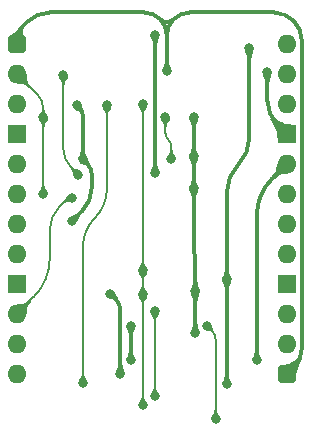
<source format=gbl>
%TF.GenerationSoftware,KiCad,Pcbnew,9.0.4*%
%TF.CreationDate,2025-09-19T22:07:40+02:00*%
%TF.ProjectId,Processor Reset Device,50726f63-6573-4736-9f72-205265736574,V0*%
%TF.SameCoordinates,Original*%
%TF.FileFunction,Copper,L2,Bot*%
%TF.FilePolarity,Positive*%
%FSLAX46Y46*%
G04 Gerber Fmt 4.6, Leading zero omitted, Abs format (unit mm)*
G04 Created by KiCad (PCBNEW 9.0.4) date 2025-09-19 22:07:40*
%MOMM*%
%LPD*%
G01*
G04 APERTURE LIST*
G04 Aperture macros list*
%AMRoundRect*
0 Rectangle with rounded corners*
0 $1 Rounding radius*
0 $2 $3 $4 $5 $6 $7 $8 $9 X,Y pos of 4 corners*
0 Add a 4 corners polygon primitive as box body*
4,1,4,$2,$3,$4,$5,$6,$7,$8,$9,$2,$3,0*
0 Add four circle primitives for the rounded corners*
1,1,$1+$1,$2,$3*
1,1,$1+$1,$4,$5*
1,1,$1+$1,$6,$7*
1,1,$1+$1,$8,$9*
0 Add four rect primitives between the rounded corners*
20,1,$1+$1,$2,$3,$4,$5,0*
20,1,$1+$1,$4,$5,$6,$7,0*
20,1,$1+$1,$6,$7,$8,$9,0*
20,1,$1+$1,$8,$9,$2,$3,0*%
G04 Aperture macros list end*
%TA.AperFunction,ComponentPad*%
%ADD10O,1.600000X1.600000*%
%TD*%
%TA.AperFunction,ComponentPad*%
%ADD11R,1.600000X1.600000*%
%TD*%
%TA.AperFunction,ComponentPad*%
%ADD12RoundRect,0.400000X-0.400000X-0.400000X0.400000X-0.400000X0.400000X0.400000X-0.400000X0.400000X0*%
%TD*%
%TA.AperFunction,ViaPad*%
%ADD13C,0.800000*%
%TD*%
%TA.AperFunction,Conductor*%
%ADD14C,0.380000*%
%TD*%
%TA.AperFunction,Conductor*%
%ADD15C,0.200000*%
%TD*%
G04 APERTURE END LIST*
D10*
%TO.P,J1,24,Pin_24*%
%TO.N,unconnected-(J1-Pin_24-Pad24)*%
X22860000Y0D03*
%TO.P,J1,23,Pin_23*%
%TO.N,unconnected-(J1-Pin_23-Pad23)*%
X22860000Y-2540000D03*
%TO.P,J1,22,Pin_22*%
%TO.N,~{Reset Switch}*%
X22860000Y-5080000D03*
D11*
%TO.P,J1,21,Pin_21*%
%TO.N,GND*%
X22860000Y-7620000D03*
D10*
%TO.P,J1,20,Pin_20*%
%TO.N,~{Reset}*%
X22860000Y-10160000D03*
%TO.P,J1,19,Pin_19*%
%TO.N,H0*%
X22860000Y-12700000D03*
%TO.P,J1,18,Pin_18*%
%TO.N,H1*%
X22860000Y-15240000D03*
%TO.P,J1,17,Pin_17*%
%TO.N,H2*%
X22860000Y-17780000D03*
D11*
%TO.P,J1,16,Pin_16*%
%TO.N,GND*%
X22860000Y-20320000D03*
D10*
%TO.P,J1,15,Pin_15*%
%TO.N,unconnected-(J1-Pin_15-Pad15)*%
X22860000Y-22860000D03*
%TO.P,J1,14,Pin_14*%
%TO.N,unconnected-(J1-Pin_14-Pad14)*%
X22860000Y-25400000D03*
D12*
%TO.P,J1,13,Pin_13*%
%TO.N,5V*%
X22860000Y-27940000D03*
D10*
%TO.P,J1,12,Pin_12*%
%TO.N,unconnected-(J1-Pin_12-Pad12)*%
X0Y-27940000D03*
%TO.P,J1,11,Pin_11*%
%TO.N,unconnected-(J1-Pin_11-Pad11)*%
X0Y-25400000D03*
%TO.P,J1,10,Pin_10*%
%TO.N,A4*%
X0Y-22860000D03*
D11*
%TO.P,J1,9,Pin_9*%
%TO.N,GND*%
X0Y-20320000D03*
D10*
%TO.P,J1,8,Pin_8*%
%TO.N,A3*%
X0Y-17780000D03*
%TO.P,J1,7,Pin_7*%
%TO.N,A2*%
X0Y-15240000D03*
%TO.P,J1,6,Pin_6*%
%TO.N,A1*%
X0Y-12700000D03*
%TO.P,J1,5,Pin_5*%
%TO.N,A0*%
X0Y-10160000D03*
D11*
%TO.P,J1,4,Pin_4*%
%TO.N,GND*%
X0Y-7620000D03*
D10*
%TO.P,J1,3,Pin_3*%
%TO.N,~{WD}*%
X0Y-5080000D03*
%TO.P,J1,2,Pin_2*%
%TO.N,~{Device Select}*%
X0Y-2540000D03*
D12*
%TO.P,J1,1,Pin_1*%
%TO.N,5V*%
X0Y0D03*
%TD*%
D13*
%TO.N,GND*%
X14986000Y-6223000D03*
%TO.N,/3.3V*%
X17780000Y-28829000D03*
X17780000Y-19939000D03*
X19685000Y-381000D03*
%TO.N,GND*%
X21209000Y-2413000D03*
X5080000Y-5207000D03*
%TO.N,A4*%
X4700527Y-13024999D03*
%TO.N,GND*%
X4691320Y-14983982D03*
X5588000Y-9779000D03*
%TO.N,/~{WD}\u2022~{Y0}*%
X7620000Y-5207000D03*
X5588000Y-28702000D03*
%TO.N,5V*%
X7874000Y-21143000D03*
%TO.N,~{Reset}*%
X20320000Y-26797000D03*
X9652000Y-26797000D03*
X9652000Y-23876000D03*
%TO.N,/Reset_{1}*%
X11684000Y-22606000D03*
X11684000Y-29845000D03*
%TO.N,/Reset_{2}*%
X16832499Y-31750000D03*
X16129000Y-23876000D03*
%TO.N,GND*%
X15113000Y-24511000D03*
X15113000Y-20955000D03*
X14986000Y-9525000D03*
X14986000Y-12233000D03*
%TO.N,~{Device Select}*%
X13081000Y-9779000D03*
X12573000Y-6223000D03*
X2236993Y-6223000D03*
X2236993Y-12690941D03*
%TO.N,/~{Y0}*%
X3937000Y-2667000D03*
X5207000Y-11075000D03*
%TO.N,5V*%
X12700000Y-2286000D03*
%TO.N,/3.3V*%
X11684000Y762000D03*
%TO.N,~{Reset Switch}*%
X10668000Y-5080000D03*
X10668000Y-19177000D03*
X10668000Y-30607000D03*
X10668000Y-21209000D03*
%TO.N,/3.3V*%
X11707544Y-10933001D03*
%TO.N,5V*%
X8763000Y-27940000D03*
%TD*%
D14*
%TO.N,5V*%
X7956566Y-21164566D02*
G75*
G03*
X7904500Y-21142990I-52066J-52034D01*
G01*
X23431500Y1968500D02*
G75*
G02*
X24129988Y282171I-1686300J-1686300D01*
G01*
X23431500Y1968500D02*
G75*
G03*
X21745171Y2666988I-1686300J-1686300D01*
G01*
X24130000Y-25771974D02*
G75*
G02*
X23495001Y-27305001I-2168040J4D01*
G01*
X12700000Y715776D02*
G75*
G03*
X12128500Y2095500I-1951240J-6D01*
G01*
X13271500Y2095500D02*
G75*
G03*
X12700010Y715776I1379700J-1379700D01*
G01*
X12128500Y2095500D02*
G75*
G03*
X13271500Y2095500I571500J571497D01*
G01*
X8349000Y-21557000D02*
G75*
G02*
X8763006Y-22556484I-999500J-999500D01*
G01*
X12128500Y2095500D02*
G75*
G03*
X10748776Y2666990I-1379700J-1379700D01*
G01*
X2818433Y2667000D02*
G75*
G03*
X825497Y1841503I-3J-2818440D01*
G01*
X14651223Y2667000D02*
G75*
G03*
X13271493Y2095507I-23J-1951200D01*
G01*
X359210Y1375210D02*
G75*
G03*
X0Y508000I867210J-867210D01*
G01*
%TO.N,GND*%
X15049500Y-17843500D02*
G75*
G02*
X15112999Y-17996802I-153300J-153300D01*
G01*
X5334000Y-5461000D02*
G75*
G02*
X5587996Y-6074210I-613200J-613200D01*
G01*
X5969000Y-10160000D02*
G75*
G02*
X6349994Y-11079815I-919800J-919800D01*
G01*
X6350000Y-12152438D02*
G75*
G02*
X5520662Y-14154644I-2831550J-2D01*
G01*
X21209000Y-4801566D02*
G75*
G03*
X22034499Y-6794501I2818430J-4D01*
G01*
X14986000Y-17690197D02*
G75*
G03*
X15049499Y-17843501I216800J-3D01*
G01*
%TO.N,/3.3V*%
X11695772Y750228D02*
G75*
G02*
X11707534Y721807I-28472J-28428D01*
G01*
X18732500Y-10223500D02*
G75*
G03*
X17780016Y-12523038I2299500J-2299500D01*
G01*
X19685000Y-7923961D02*
G75*
G02*
X18732502Y-10223502I-3252050J1D01*
G01*
D15*
%TO.N,/~{WD}\u2022~{Y0}*%
X7620000Y-12279159D02*
G75*
G02*
X6604002Y-14732002I-3468850J-1D01*
G01*
X6604000Y-14732000D02*
G75*
G03*
X5587997Y-17184840I2452830J-2452840D01*
G01*
D14*
%TO.N,~{Reset}*%
X21590000Y-11430000D02*
G75*
G03*
X20320001Y-14496051I3066050J-3066050D01*
G01*
D15*
%TO.N,A4*%
X3584000Y-13814999D02*
G75*
G03*
X2793999Y-15722229I1907230J-1907231D01*
G01*
X2794000Y-18090343D02*
G75*
G02*
X1397000Y-21463000I-4769667J4D01*
G01*
X4537264Y-13024999D02*
G75*
G03*
X4258585Y-13140472I36J-394101D01*
G01*
%TO.N,/~{Y0}*%
X3937000Y-8906974D02*
G75*
G03*
X4572001Y-10439999I2168030J4D01*
G01*
%TO.N,~{Device Select}*%
X1725752Y-4265752D02*
G75*
G02*
X2236993Y-5499996I-1234252J-1234248D01*
G01*
X12827000Y-8128000D02*
G75*
G02*
X13080996Y-8741210I-613200J-613200D01*
G01*
X12573000Y-7514789D02*
G75*
G03*
X12826997Y-8128003I867200J-11D01*
G01*
%TO.N,/Reset_{2}*%
X16480749Y-24227749D02*
G75*
G02*
X16832479Y-25076947I-849149J-849151D01*
G01*
D14*
%TO.N,/3.3V*%
X17780000Y-12523038D02*
X17780000Y-19939000D01*
X19685000Y-381000D02*
X19685000Y-7923961D01*
D15*
%TO.N,~{Device Select}*%
X12573000Y-7514789D02*
X12573000Y-6223000D01*
X13081000Y-8741210D02*
X13081000Y-9779000D01*
D14*
%TO.N,GND*%
X14986000Y-9525000D02*
X14986000Y-6223000D01*
X15113000Y-17996802D02*
X15113000Y-20955000D01*
X14986000Y-12233000D02*
X14986000Y-17690197D01*
D15*
%TO.N,/Reset_{1}*%
X11684000Y-29845000D02*
X11684000Y-22606000D01*
%TO.N,/Reset_{2}*%
X16832499Y-31750000D02*
X16832499Y-25076947D01*
X16129000Y-23876000D02*
X16480749Y-24227749D01*
D14*
%TO.N,/3.3V*%
X17780000Y-28829000D02*
X17780000Y-19939000D01*
%TO.N,GND*%
X22034500Y-6794500D02*
X22860000Y-7620000D01*
X21209000Y-2413000D02*
X21209000Y-4801566D01*
X5080000Y-5207000D02*
X5334000Y-5461000D01*
X5588000Y-6074210D02*
X5588000Y-9779000D01*
D15*
%TO.N,A4*%
X1397000Y-21463000D02*
X0Y-22860000D01*
X2794000Y-15722229D02*
X2794000Y-18090343D01*
X3584000Y-13814999D02*
X4258556Y-13140443D01*
X4700527Y-13024999D02*
X4537264Y-13024999D01*
%TO.N,/~{WD}\u2022~{Y0}*%
X5588000Y-28702000D02*
X5588000Y-17184840D01*
X7620000Y-12279159D02*
X7620000Y-5207000D01*
D14*
%TO.N,GND*%
X6350000Y-11079815D02*
X6350000Y-12152438D01*
X5969000Y-10160000D02*
X5588000Y-9779000D01*
X4691320Y-14983982D02*
X5520660Y-14154642D01*
%TO.N,5V*%
X7956566Y-21164566D02*
X8349000Y-21557000D01*
X8763000Y-22556484D02*
X8763000Y-27940000D01*
X7904500Y-21143000D02*
X7874000Y-21143000D01*
%TO.N,~{Reset}*%
X9652000Y-26797000D02*
X9652000Y-23876000D01*
X20320000Y-26797000D02*
X20320000Y-14496051D01*
X21590000Y-11430000D02*
X22860000Y-10160000D01*
D15*
%TO.N,~{Reset Switch}*%
X10668000Y-21209000D02*
X10668000Y-30607000D01*
X10668000Y-21209000D02*
X10668000Y-19177000D01*
D14*
%TO.N,GND*%
X14986000Y-12233000D02*
X14986000Y-9525000D01*
D15*
%TO.N,~{Device Select}*%
X2236993Y-5499996D02*
X2236993Y-6223000D01*
X2236993Y-12690941D02*
X2236993Y-6223000D01*
X1725752Y-4265752D02*
X0Y-2540000D01*
%TO.N,/~{Y0}*%
X4572000Y-10440000D02*
X5207000Y-11075000D01*
X3937000Y-8906974D02*
X3937000Y-2667000D01*
D14*
%TO.N,5V*%
X21745171Y2667000D02*
X14651223Y2667000D01*
X24130000Y282171D02*
X24130000Y-25771974D01*
X23495000Y-27305000D02*
X22860000Y-27940000D01*
X12700000Y-2286000D02*
X12700000Y715776D01*
X10748776Y2667000D02*
X2818433Y2667000D01*
X825500Y1841500D02*
X359210Y1375210D01*
%TO.N,/3.3V*%
X11684000Y762000D02*
X11695772Y750228D01*
X11707544Y-10933001D02*
X11707544Y721807D01*
D15*
%TO.N,~{Reset Switch}*%
X10668000Y-5080000D02*
X10668000Y-19177000D01*
D14*
%TO.N,GND*%
X15113000Y-24511000D02*
X15113000Y-20955000D01*
%TD*%
%TA.AperFunction,Conductor*%
%TO.N,5V*%
G36*
X23802477Y-26514871D02*
G01*
X24133009Y-26651782D01*
X24139341Y-26658114D01*
X24139341Y-26667068D01*
X24138620Y-26668518D01*
X24055906Y-26809302D01*
X24055899Y-26809314D01*
X23891639Y-27148858D01*
X23891626Y-27148890D01*
X23765384Y-27486858D01*
X23765383Y-27486861D01*
X23687698Y-27784084D01*
X23655089Y-28029813D01*
X23659573Y-28209043D01*
X23656354Y-28217400D01*
X23648170Y-28221032D01*
X23643950Y-28220357D01*
X23612193Y-28209043D01*
X23109120Y-28029813D01*
X22864194Y-27942553D01*
X22857552Y-27936550D01*
X22489867Y-27158091D01*
X22489433Y-27149149D01*
X22495450Y-27142517D01*
X22501279Y-27141426D01*
X22556476Y-27145371D01*
X22556480Y-27145370D01*
X22556481Y-27145371D01*
X22591554Y-27144728D01*
X22668726Y-27143315D01*
X22781108Y-27130214D01*
X22904270Y-27104164D01*
X23025248Y-27067314D01*
X23152668Y-27016718D01*
X23274492Y-26956836D01*
X23393218Y-26886855D01*
X23502479Y-26810813D01*
X23504194Y-26809302D01*
X23531203Y-26785495D01*
X23680392Y-26654004D01*
X23788866Y-26518372D01*
X23796709Y-26514053D01*
X23802477Y-26514871D01*
G37*
%TD.AperFunction*%
%TD*%
%TA.AperFunction,Conductor*%
%TO.N,5V*%
G36*
X331416Y1599197D02*
G01*
X333150Y1597768D01*
X585896Y1345022D01*
X589323Y1336749D01*
X588130Y1331601D01*
X552630Y1259150D01*
X509774Y1096348D01*
X501863Y936436D01*
X526486Y800661D01*
X526487Y800658D01*
X579103Y692453D01*
X579107Y692448D01*
X658765Y610022D01*
X658770Y610018D01*
X709830Y578218D01*
X709842Y578211D01*
X750315Y561172D01*
X756610Y554804D01*
X756558Y545849D01*
X752605Y540889D01*
X8131Y5647D01*
X-587Y3600D01*
X-7682Y7651D01*
X-598584Y715756D01*
X-601254Y724303D01*
X-597097Y732235D01*
X-591961Y734712D01*
X-547907Y743782D01*
X-468527Y775202D01*
X-386851Y821621D01*
X-386849Y821623D01*
X-278948Y900632D01*
X-278936Y900642D01*
X-171357Y996007D01*
X-31777Y1140611D01*
X97238Y1293148D01*
X97238Y1293149D01*
X225388Y1462802D01*
X225389Y1462803D01*
X315175Y1596034D01*
X322640Y1600979D01*
X331416Y1599197D01*
G37*
%TD.AperFunction*%
%TD*%
%TA.AperFunction,Conductor*%
%TO.N,GND*%
G36*
X5470182Y-5132874D02*
G01*
X5475009Y-5139749D01*
X5501119Y-5244210D01*
X5534087Y-5331991D01*
X5606946Y-5461746D01*
X5606958Y-5461765D01*
X5617195Y-5477914D01*
X5617628Y-5478656D01*
X5686846Y-5607941D01*
X5687561Y-5609560D01*
X5715943Y-5689774D01*
X5716279Y-5690902D01*
X5738691Y-5782683D01*
X5737325Y-5791532D01*
X5730100Y-5796824D01*
X5729607Y-5796933D01*
X5378973Y-5866675D01*
X5370191Y-5864928D01*
X5365605Y-5858941D01*
X5332149Y-5759775D01*
X5277609Y-5696173D01*
X5242368Y-5679034D01*
X5207126Y-5661895D01*
X5207121Y-5661893D01*
X5122712Y-5641003D01*
X5122473Y-5640942D01*
X4984175Y-5603602D01*
X4981921Y-5602735D01*
X4869495Y-5545551D01*
X4863674Y-5538745D01*
X4864370Y-5529818D01*
X4865051Y-5528651D01*
X5077104Y-5210076D01*
X5084539Y-5205090D01*
X5461406Y-5131105D01*
X5470182Y-5132874D01*
G37*
%TD.AperFunction*%
%TD*%
%TA.AperFunction,Conductor*%
%TO.N,A4*%
G36*
X4377401Y-12809060D02*
G01*
X4697171Y-13021592D01*
X4702165Y-13029024D01*
X4702175Y-13029076D01*
X4776094Y-13404767D01*
X4774329Y-13413546D01*
X4766873Y-13418506D01*
X4765848Y-13418661D01*
X4679112Y-13427861D01*
X4676981Y-13427892D01*
X4591743Y-13421336D01*
X4589545Y-13420953D01*
X4444591Y-13381191D01*
X4444113Y-13381049D01*
X4378443Y-13359985D01*
X4316525Y-13351087D01*
X4285567Y-13346639D01*
X4285566Y-13346639D01*
X4242645Y-13352538D01*
X4242640Y-13352540D01*
X4198056Y-13368733D01*
X4198046Y-13368738D01*
X4147414Y-13399838D01*
X4101067Y-13440384D01*
X4092584Y-13443252D01*
X4085090Y-13439851D01*
X3959682Y-13314443D01*
X3956255Y-13306170D01*
X3959681Y-13297898D01*
X3974797Y-13282788D01*
X4183725Y-13063081D01*
X4361376Y-12812043D01*
X4368951Y-12807272D01*
X4377401Y-12809060D01*
G37*
%TD.AperFunction*%
%TD*%
%TA.AperFunction,Conductor*%
%TO.N,/3.3V*%
G36*
X17967182Y-19150113D02*
G01*
X17970592Y-19157762D01*
X17977283Y-19283001D01*
X17988481Y-19341121D01*
X17997006Y-19385371D01*
X17997007Y-19385373D01*
X18025973Y-19467038D01*
X18025973Y-19467040D01*
X18060945Y-19541153D01*
X18061026Y-19541328D01*
X18116434Y-19663941D01*
X18117030Y-19665574D01*
X18168873Y-19848804D01*
X18167828Y-19857697D01*
X18160800Y-19863247D01*
X18159926Y-19863459D01*
X17782311Y-19939534D01*
X17777689Y-19939534D01*
X17400038Y-19863452D01*
X17392605Y-19858458D01*
X17390879Y-19849671D01*
X17391082Y-19848829D01*
X17440735Y-19671419D01*
X17441325Y-19669788D01*
X17498974Y-19541328D01*
X17499041Y-19541182D01*
X17527485Y-19481876D01*
X17572179Y-19347614D01*
X17585272Y-19258856D01*
X17589528Y-19157893D01*
X17593301Y-19149772D01*
X17601218Y-19146686D01*
X17958909Y-19146686D01*
X17967182Y-19150113D01*
G37*
%TD.AperFunction*%
%TD*%
%TA.AperFunction,Conductor*%
%TO.N,/3.3V*%
G36*
X20064961Y-456547D02*
G01*
X20072394Y-461541D01*
X20074120Y-470328D01*
X20073917Y-471170D01*
X20024264Y-648578D01*
X20023671Y-650215D01*
X19966056Y-778602D01*
X19965931Y-778872D01*
X19937519Y-838111D01*
X19937512Y-838129D01*
X19892821Y-972380D01*
X19879727Y-1061146D01*
X19875472Y-1162107D01*
X19871699Y-1170228D01*
X19863782Y-1173314D01*
X19506091Y-1173314D01*
X19497818Y-1169887D01*
X19494408Y-1162238D01*
X19487716Y-1036998D01*
X19467994Y-934629D01*
X19439027Y-852961D01*
X19404038Y-778811D01*
X19403973Y-778670D01*
X19403942Y-778602D01*
X19348564Y-656057D01*
X19347968Y-654424D01*
X19296126Y-471195D01*
X19297171Y-462302D01*
X19304199Y-456752D01*
X19305060Y-456542D01*
X19682692Y-380465D01*
X19687308Y-380465D01*
X20064961Y-456547D01*
G37*
%TD.AperFunction*%
%TD*%
%TA.AperFunction,Conductor*%
%TO.N,~{Device Select}*%
G36*
X12953070Y-6298569D02*
G01*
X12960503Y-6303563D01*
X12962229Y-6312350D01*
X12962053Y-6313093D01*
X12934442Y-6415213D01*
X12933857Y-6416871D01*
X12895550Y-6503930D01*
X12894515Y-6505799D01*
X12806162Y-6635679D01*
X12806052Y-6635837D01*
X12737335Y-6733353D01*
X12691068Y-6847937D01*
X12677758Y-6923332D01*
X12677757Y-6923341D01*
X12673574Y-7004218D01*
X12669725Y-7012303D01*
X12661890Y-7015314D01*
X12483785Y-7015314D01*
X12475512Y-7011887D01*
X12472124Y-7004565D01*
X12465502Y-6923332D01*
X12462042Y-6880880D01*
X12432688Y-6781287D01*
X12432686Y-6781283D01*
X12390213Y-6703821D01*
X12339886Y-6635752D01*
X12331276Y-6624383D01*
X12301724Y-6585359D01*
X12300950Y-6584197D01*
X12254195Y-6503930D01*
X12231140Y-6464350D01*
X12230295Y-6462568D01*
X12203407Y-6390822D01*
X12203018Y-6389578D01*
X12183688Y-6312939D01*
X12184988Y-6304083D01*
X12192171Y-6298736D01*
X12192713Y-6298612D01*
X12570692Y-6222465D01*
X12575308Y-6222465D01*
X12953070Y-6298569D01*
G37*
%TD.AperFunction*%
%TD*%
%TA.AperFunction,Conductor*%
%TO.N,~{Device Select}*%
G36*
X13178488Y-8990113D02*
G01*
X13181876Y-8997435D01*
X13191958Y-9121120D01*
X13221312Y-9220714D01*
X13221313Y-9220716D01*
X13263785Y-9298178D01*
X13314113Y-9366247D01*
X13314168Y-9366319D01*
X13352272Y-9416635D01*
X13353049Y-9417801D01*
X13422858Y-9537647D01*
X13423704Y-9539430D01*
X13450592Y-9611177D01*
X13450981Y-9612421D01*
X13470311Y-9689056D01*
X13469011Y-9697916D01*
X13461828Y-9703263D01*
X13461277Y-9703388D01*
X13083311Y-9779534D01*
X13078689Y-9779534D01*
X12700929Y-9703430D01*
X12693496Y-9698436D01*
X12691770Y-9689649D01*
X12691946Y-9688906D01*
X12712797Y-9611789D01*
X12719559Y-9586778D01*
X12720139Y-9585135D01*
X12758451Y-9498062D01*
X12759480Y-9496203D01*
X12847887Y-9366247D01*
X12847917Y-9366203D01*
X12916665Y-9268644D01*
X12962932Y-9154062D01*
X12976241Y-9078673D01*
X12980426Y-8997782D01*
X12984275Y-8989697D01*
X12992110Y-8986686D01*
X13170215Y-8986686D01*
X13178488Y-8990113D01*
G37*
%TD.AperFunction*%
%TD*%
%TA.AperFunction,Conductor*%
%TO.N,GND*%
G36*
X15365961Y-6298547D02*
G01*
X15373394Y-6303541D01*
X15375120Y-6312328D01*
X15374917Y-6313170D01*
X15325264Y-6490578D01*
X15324671Y-6492215D01*
X15267056Y-6620602D01*
X15266931Y-6620872D01*
X15238519Y-6680111D01*
X15238512Y-6680129D01*
X15193821Y-6814380D01*
X15180727Y-6903146D01*
X15176472Y-7004107D01*
X15172699Y-7012228D01*
X15164782Y-7015314D01*
X14807091Y-7015314D01*
X14798818Y-7011887D01*
X14795408Y-7004238D01*
X14788716Y-6878998D01*
X14768994Y-6776629D01*
X14740027Y-6694961D01*
X14705038Y-6620811D01*
X14704973Y-6620670D01*
X14704942Y-6620602D01*
X14649564Y-6498057D01*
X14648968Y-6496424D01*
X14597126Y-6313195D01*
X14598171Y-6304302D01*
X14605199Y-6298752D01*
X14606060Y-6298542D01*
X14983692Y-6222465D01*
X14988308Y-6222465D01*
X15365961Y-6298547D01*
G37*
%TD.AperFunction*%
%TD*%
%TA.AperFunction,Conductor*%
%TO.N,GND*%
G36*
X15173182Y-8736113D02*
G01*
X15176592Y-8743762D01*
X15183283Y-8869001D01*
X15194481Y-8927121D01*
X15203006Y-8971371D01*
X15203007Y-8971373D01*
X15231973Y-9053038D01*
X15231973Y-9053040D01*
X15266945Y-9127153D01*
X15267026Y-9127328D01*
X15322434Y-9249941D01*
X15323030Y-9251574D01*
X15374873Y-9434804D01*
X15373828Y-9443697D01*
X15366800Y-9449247D01*
X15365926Y-9449459D01*
X14988311Y-9525534D01*
X14983689Y-9525534D01*
X14606038Y-9449452D01*
X14598605Y-9444458D01*
X14596879Y-9435671D01*
X14597082Y-9434829D01*
X14646735Y-9257419D01*
X14647325Y-9255788D01*
X14704974Y-9127328D01*
X14705041Y-9127182D01*
X14733485Y-9067876D01*
X14778179Y-8933614D01*
X14791272Y-8844856D01*
X14795528Y-8743893D01*
X14799301Y-8735772D01*
X14807218Y-8732686D01*
X15164909Y-8732686D01*
X15173182Y-8736113D01*
G37*
%TD.AperFunction*%
%TD*%
%TA.AperFunction,Conductor*%
%TO.N,GND*%
G36*
X15300182Y-20166113D02*
G01*
X15303592Y-20173762D01*
X15310283Y-20299001D01*
X15321481Y-20357121D01*
X15330006Y-20401371D01*
X15330007Y-20401373D01*
X15358973Y-20483038D01*
X15358973Y-20483040D01*
X15393945Y-20557153D01*
X15394026Y-20557328D01*
X15449434Y-20679941D01*
X15450030Y-20681574D01*
X15501873Y-20864804D01*
X15500828Y-20873697D01*
X15493800Y-20879247D01*
X15492926Y-20879459D01*
X15115311Y-20955534D01*
X15110689Y-20955534D01*
X14733038Y-20879452D01*
X14725605Y-20874458D01*
X14723879Y-20865671D01*
X14724082Y-20864829D01*
X14773735Y-20687419D01*
X14774325Y-20685788D01*
X14831974Y-20557328D01*
X14832041Y-20557182D01*
X14860485Y-20497876D01*
X14905179Y-20363614D01*
X14918272Y-20274856D01*
X14922528Y-20173893D01*
X14926301Y-20165772D01*
X14934218Y-20162686D01*
X15291909Y-20162686D01*
X15300182Y-20166113D01*
G37*
%TD.AperFunction*%
%TD*%
%TA.AperFunction,Conductor*%
%TO.N,GND*%
G36*
X15365961Y-12308547D02*
G01*
X15373394Y-12313541D01*
X15375120Y-12322328D01*
X15374917Y-12323170D01*
X15325264Y-12500578D01*
X15324671Y-12502215D01*
X15267056Y-12630602D01*
X15266931Y-12630872D01*
X15238519Y-12690111D01*
X15238512Y-12690129D01*
X15193821Y-12824380D01*
X15180727Y-12913146D01*
X15176472Y-13014107D01*
X15172699Y-13022228D01*
X15164782Y-13025314D01*
X14807091Y-13025314D01*
X14798818Y-13021887D01*
X14795408Y-13014238D01*
X14788716Y-12888998D01*
X14768994Y-12786629D01*
X14740027Y-12704961D01*
X14705038Y-12630811D01*
X14704973Y-12630670D01*
X14704942Y-12630602D01*
X14649564Y-12508057D01*
X14648968Y-12506424D01*
X14597126Y-12323195D01*
X14598171Y-12314302D01*
X14605199Y-12308752D01*
X14606060Y-12308542D01*
X14983692Y-12232465D01*
X14988308Y-12232465D01*
X15365961Y-12308547D01*
G37*
%TD.AperFunction*%
%TD*%
%TA.AperFunction,Conductor*%
%TO.N,/Reset_{1}*%
G36*
X12064070Y-22681569D02*
G01*
X12071503Y-22686563D01*
X12073229Y-22695350D01*
X12073053Y-22696093D01*
X12045442Y-22798213D01*
X12044857Y-22799871D01*
X12006550Y-22886930D01*
X12005515Y-22888799D01*
X11917162Y-23018679D01*
X11917052Y-23018837D01*
X11848335Y-23116353D01*
X11802068Y-23230937D01*
X11788758Y-23306332D01*
X11788757Y-23306341D01*
X11784574Y-23387218D01*
X11780725Y-23395303D01*
X11772890Y-23398314D01*
X11594785Y-23398314D01*
X11586512Y-23394887D01*
X11583124Y-23387565D01*
X11576502Y-23306332D01*
X11573042Y-23263880D01*
X11543688Y-23164287D01*
X11543686Y-23164283D01*
X11501213Y-23086821D01*
X11450886Y-23018752D01*
X11442276Y-23007383D01*
X11412724Y-22968359D01*
X11411950Y-22967197D01*
X11365195Y-22886930D01*
X11342140Y-22847350D01*
X11341295Y-22845568D01*
X11314407Y-22773822D01*
X11314018Y-22772578D01*
X11294688Y-22695939D01*
X11295988Y-22687083D01*
X11303171Y-22681736D01*
X11303713Y-22681612D01*
X11681692Y-22605465D01*
X11686308Y-22605465D01*
X12064070Y-22681569D01*
G37*
%TD.AperFunction*%
%TD*%
%TA.AperFunction,Conductor*%
%TO.N,/Reset_{1}*%
G36*
X11781488Y-29056113D02*
G01*
X11784876Y-29063435D01*
X11794958Y-29187120D01*
X11824312Y-29286714D01*
X11824313Y-29286716D01*
X11866785Y-29364178D01*
X11917113Y-29432247D01*
X11917168Y-29432319D01*
X11955272Y-29482635D01*
X11956049Y-29483801D01*
X12025858Y-29603647D01*
X12026704Y-29605430D01*
X12053592Y-29677177D01*
X12053981Y-29678421D01*
X12073311Y-29755056D01*
X12072011Y-29763916D01*
X12064828Y-29769263D01*
X12064277Y-29769388D01*
X11686311Y-29845534D01*
X11681689Y-29845534D01*
X11303929Y-29769430D01*
X11296496Y-29764436D01*
X11294770Y-29755649D01*
X11294946Y-29754906D01*
X11315797Y-29677789D01*
X11322559Y-29652778D01*
X11323139Y-29651135D01*
X11361451Y-29564062D01*
X11362480Y-29562203D01*
X11450887Y-29432247D01*
X11450917Y-29432203D01*
X11519665Y-29334644D01*
X11565932Y-29220062D01*
X11579241Y-29144673D01*
X11583426Y-29063782D01*
X11587275Y-29055697D01*
X11595110Y-29052686D01*
X11773215Y-29052686D01*
X11781488Y-29056113D01*
G37*
%TD.AperFunction*%
%TD*%
%TA.AperFunction,Conductor*%
%TO.N,/Reset_{2}*%
G36*
X16929987Y-30961113D02*
G01*
X16933375Y-30968435D01*
X16943457Y-31092120D01*
X16972811Y-31191714D01*
X16972812Y-31191716D01*
X17015284Y-31269178D01*
X17065612Y-31337247D01*
X17065667Y-31337319D01*
X17103771Y-31387635D01*
X17104548Y-31388801D01*
X17174357Y-31508647D01*
X17175203Y-31510430D01*
X17202091Y-31582177D01*
X17202480Y-31583421D01*
X17221810Y-31660056D01*
X17220510Y-31668916D01*
X17213327Y-31674263D01*
X17212776Y-31674388D01*
X16834810Y-31750534D01*
X16830188Y-31750534D01*
X16452428Y-31674430D01*
X16444995Y-31669436D01*
X16443269Y-31660649D01*
X16443445Y-31659906D01*
X16464296Y-31582789D01*
X16471058Y-31557778D01*
X16471638Y-31556135D01*
X16509950Y-31469062D01*
X16510979Y-31467203D01*
X16599386Y-31337247D01*
X16599416Y-31337203D01*
X16668164Y-31239644D01*
X16714431Y-31125062D01*
X16727740Y-31049673D01*
X16731925Y-30968782D01*
X16735774Y-30960697D01*
X16743609Y-30957686D01*
X16921714Y-30957686D01*
X16929987Y-30961113D01*
G37*
%TD.AperFunction*%
%TD*%
%TA.AperFunction,Conductor*%
%TO.N,/Reset_{2}*%
G36*
X16518245Y-23802059D02*
G01*
X16523202Y-23809516D01*
X16523268Y-23809878D01*
X16549338Y-23968792D01*
X16549379Y-23969063D01*
X16552600Y-23992065D01*
X16552600Y-23992068D01*
X16581241Y-24124193D01*
X16581245Y-24124205D01*
X16618864Y-24208219D01*
X16618875Y-24208241D01*
X16679584Y-24307397D01*
X16680982Y-24316242D01*
X16676106Y-24323234D01*
X16527959Y-24422220D01*
X16519176Y-24423967D01*
X16512431Y-24419935D01*
X16452257Y-24346946D01*
X16452258Y-24346946D01*
X16387888Y-24304836D01*
X16387887Y-24304835D01*
X16387886Y-24304835D01*
X16320020Y-24288675D01*
X16320019Y-24288674D01*
X16320011Y-24288673D01*
X16320014Y-24288673D01*
X16242655Y-24285379D01*
X16205883Y-24284677D01*
X16204875Y-24284614D01*
X16063684Y-24269661D01*
X16055818Y-24265382D01*
X16053281Y-24256794D01*
X16053437Y-24255764D01*
X16062803Y-24208241D01*
X16126927Y-23882870D01*
X16131888Y-23875417D01*
X16136144Y-23873655D01*
X16509466Y-23800292D01*
X16518245Y-23802059D01*
G37*
%TD.AperFunction*%
%TD*%
%TA.AperFunction,Conductor*%
%TO.N,/3.3V*%
G36*
X17967182Y-28040113D02*
G01*
X17970592Y-28047762D01*
X17977283Y-28173001D01*
X17988481Y-28231121D01*
X17997006Y-28275371D01*
X17997007Y-28275373D01*
X18025973Y-28357038D01*
X18025973Y-28357040D01*
X18060945Y-28431153D01*
X18061026Y-28431328D01*
X18116434Y-28553941D01*
X18117030Y-28555574D01*
X18168873Y-28738804D01*
X18167828Y-28747697D01*
X18160800Y-28753247D01*
X18159926Y-28753459D01*
X17782311Y-28829534D01*
X17777689Y-28829534D01*
X17400038Y-28753452D01*
X17392605Y-28748458D01*
X17390879Y-28739671D01*
X17391082Y-28738829D01*
X17440735Y-28561419D01*
X17441325Y-28559788D01*
X17498974Y-28431328D01*
X17499041Y-28431182D01*
X17527485Y-28371876D01*
X17572179Y-28237614D01*
X17585272Y-28148856D01*
X17589528Y-28047893D01*
X17593301Y-28039772D01*
X17601218Y-28036686D01*
X17958909Y-28036686D01*
X17967182Y-28040113D01*
G37*
%TD.AperFunction*%
%TD*%
%TA.AperFunction,Conductor*%
%TO.N,/3.3V*%
G36*
X18159961Y-20014547D02*
G01*
X18167394Y-20019541D01*
X18169120Y-20028328D01*
X18168917Y-20029170D01*
X18119264Y-20206578D01*
X18118671Y-20208215D01*
X18061056Y-20336602D01*
X18060931Y-20336872D01*
X18032519Y-20396111D01*
X18032512Y-20396129D01*
X17987821Y-20530380D01*
X17974727Y-20619146D01*
X17970472Y-20720107D01*
X17966699Y-20728228D01*
X17958782Y-20731314D01*
X17601091Y-20731314D01*
X17592818Y-20727887D01*
X17589408Y-20720238D01*
X17582716Y-20594998D01*
X17562994Y-20492629D01*
X17534027Y-20410961D01*
X17499038Y-20336811D01*
X17498973Y-20336670D01*
X17498942Y-20336602D01*
X17443564Y-20214057D01*
X17442968Y-20212424D01*
X17391126Y-20029195D01*
X17392171Y-20020302D01*
X17399199Y-20014752D01*
X17400060Y-20014542D01*
X17777692Y-19938465D01*
X17782308Y-19938465D01*
X18159961Y-20014547D01*
G37*
%TD.AperFunction*%
%TD*%
%TA.AperFunction,Conductor*%
%TO.N,GND*%
G36*
X21759111Y-6125787D02*
G01*
X21782008Y-6153779D01*
X21861601Y-6237940D01*
X21864460Y-6240963D01*
X21864469Y-6240971D01*
X21962586Y-6328452D01*
X22075515Y-6415083D01*
X22075523Y-6415088D01*
X22075543Y-6415104D01*
X22200615Y-6498228D01*
X22200620Y-6498230D01*
X22200622Y-6498232D01*
X22465593Y-6639932D01*
X22465598Y-6639934D01*
X22465607Y-6639939D01*
X22731898Y-6741730D01*
X22983975Y-6801023D01*
X22983976Y-6801023D01*
X22983979Y-6801024D01*
X23198332Y-6818651D01*
X23206295Y-6822745D01*
X23209033Y-6831271D01*
X23208072Y-6835044D01*
X22862498Y-7616400D01*
X22856018Y-7622581D01*
X22855995Y-7622589D01*
X22075719Y-7922480D01*
X22066768Y-7922249D01*
X22060601Y-7915756D01*
X22059823Y-7911681D01*
X22059717Y-7901529D01*
X22059716Y-7901516D01*
X22059716Y-7901501D01*
X22050473Y-7766044D01*
X22029196Y-7626499D01*
X21991311Y-7461795D01*
X21941265Y-7296201D01*
X21872166Y-7109616D01*
X21793233Y-6928731D01*
X21701733Y-6746110D01*
X21701727Y-6746098D01*
X21606499Y-6578580D01*
X21606493Y-6578570D01*
X21437633Y-6329996D01*
X21435819Y-6321227D01*
X21440737Y-6313744D01*
X21441056Y-6313534D01*
X21743832Y-6123287D01*
X21752658Y-6121788D01*
X21759111Y-6125787D01*
G37*
%TD.AperFunction*%
%TD*%
%TA.AperFunction,Conductor*%
%TO.N,GND*%
G36*
X21588961Y-2488547D02*
G01*
X21596394Y-2493541D01*
X21598120Y-2502328D01*
X21597917Y-2503170D01*
X21548264Y-2680578D01*
X21547671Y-2682215D01*
X21490056Y-2810602D01*
X21489931Y-2810872D01*
X21461519Y-2870111D01*
X21461512Y-2870129D01*
X21416821Y-3004380D01*
X21403727Y-3093146D01*
X21399472Y-3194107D01*
X21395699Y-3202228D01*
X21387782Y-3205314D01*
X21030091Y-3205314D01*
X21021818Y-3201887D01*
X21018408Y-3194238D01*
X21011716Y-3068998D01*
X20991994Y-2966629D01*
X20963027Y-2884961D01*
X20928038Y-2810811D01*
X20927973Y-2810670D01*
X20927942Y-2810602D01*
X20872564Y-2688057D01*
X20871968Y-2686424D01*
X20820126Y-2503195D01*
X20821171Y-2494302D01*
X20828199Y-2488752D01*
X20829060Y-2488542D01*
X21206692Y-2412465D01*
X21211308Y-2412465D01*
X21588961Y-2488547D01*
G37*
%TD.AperFunction*%
%TD*%
%TA.AperFunction,Conductor*%
%TO.N,GND*%
G36*
X5775182Y-8990113D02*
G01*
X5778592Y-8997762D01*
X5785283Y-9123001D01*
X5796481Y-9181121D01*
X5805006Y-9225371D01*
X5805007Y-9225373D01*
X5833973Y-9307038D01*
X5833973Y-9307040D01*
X5868945Y-9381153D01*
X5869026Y-9381328D01*
X5924434Y-9503941D01*
X5925030Y-9505574D01*
X5976873Y-9688804D01*
X5975828Y-9697697D01*
X5968800Y-9703247D01*
X5967926Y-9703459D01*
X5590311Y-9779534D01*
X5585689Y-9779534D01*
X5208038Y-9703452D01*
X5200605Y-9698458D01*
X5198879Y-9689671D01*
X5199082Y-9688829D01*
X5248735Y-9511419D01*
X5249325Y-9509788D01*
X5306974Y-9381328D01*
X5307041Y-9381182D01*
X5335485Y-9321876D01*
X5380179Y-9187614D01*
X5393272Y-9098856D01*
X5397528Y-8997893D01*
X5401301Y-8989772D01*
X5409218Y-8986686D01*
X5766909Y-8986686D01*
X5775182Y-8990113D01*
G37*
%TD.AperFunction*%
%TD*%
%TA.AperFunction,Conductor*%
%TO.N,A4*%
G36*
X1057802Y-21676800D02*
G01*
X1183195Y-21802193D01*
X1186622Y-21810466D01*
X1183452Y-21818474D01*
X1086635Y-21921602D01*
X1086632Y-21921606D01*
X1006783Y-22021640D01*
X1006782Y-22021641D01*
X948006Y-22113573D01*
X906643Y-22200665D01*
X906642Y-22200667D01*
X879032Y-22286176D01*
X861516Y-22373369D01*
X861514Y-22373383D01*
X842126Y-22565845D01*
X829695Y-22711495D01*
X829611Y-22712213D01*
X786426Y-23003923D01*
X781824Y-23011606D01*
X773139Y-23013784D01*
X772581Y-23013688D01*
X6979Y-22862227D01*
X-471Y-22857259D01*
X-2228Y-22853020D01*
X-153709Y-22087315D01*
X-151952Y-22078534D01*
X-144502Y-22073566D01*
X-144088Y-22073492D01*
X93650Y-22036212D01*
X94364Y-22036125D01*
X294127Y-22017876D01*
X520354Y-21992748D01*
X674485Y-21947165D01*
X753078Y-21908254D01*
X835773Y-21855073D01*
X936967Y-21774608D01*
X1041526Y-21676538D01*
X1049904Y-21673379D01*
X1057802Y-21676800D01*
G37*
%TD.AperFunction*%
%TD*%
%TA.AperFunction,Conductor*%
%TO.N,/~{WD}\u2022~{Y0}*%
G36*
X5685488Y-27913113D02*
G01*
X5688876Y-27920435D01*
X5698958Y-28044120D01*
X5728312Y-28143714D01*
X5728313Y-28143716D01*
X5770785Y-28221178D01*
X5821113Y-28289247D01*
X5821168Y-28289319D01*
X5859272Y-28339635D01*
X5860049Y-28340801D01*
X5929858Y-28460647D01*
X5930704Y-28462430D01*
X5957592Y-28534177D01*
X5957981Y-28535421D01*
X5977311Y-28612056D01*
X5976011Y-28620916D01*
X5968828Y-28626263D01*
X5968277Y-28626388D01*
X5590311Y-28702534D01*
X5585689Y-28702534D01*
X5207929Y-28626430D01*
X5200496Y-28621436D01*
X5198770Y-28612649D01*
X5198946Y-28611906D01*
X5219797Y-28534789D01*
X5226559Y-28509778D01*
X5227139Y-28508135D01*
X5265451Y-28421062D01*
X5266480Y-28419203D01*
X5354887Y-28289247D01*
X5354917Y-28289203D01*
X5423665Y-28191644D01*
X5469932Y-28077062D01*
X5483241Y-28001673D01*
X5487426Y-27920782D01*
X5491275Y-27912697D01*
X5499110Y-27909686D01*
X5677215Y-27909686D01*
X5685488Y-27913113D01*
G37*
%TD.AperFunction*%
%TD*%
%TA.AperFunction,Conductor*%
%TO.N,/~{WD}\u2022~{Y0}*%
G36*
X8000070Y-5282569D02*
G01*
X8007503Y-5287563D01*
X8009229Y-5296350D01*
X8009053Y-5297093D01*
X7981442Y-5399213D01*
X7980857Y-5400871D01*
X7942550Y-5487930D01*
X7941515Y-5489799D01*
X7853162Y-5619679D01*
X7853052Y-5619837D01*
X7784335Y-5717353D01*
X7738068Y-5831937D01*
X7724758Y-5907332D01*
X7724757Y-5907341D01*
X7720574Y-5988218D01*
X7716725Y-5996303D01*
X7708890Y-5999314D01*
X7530785Y-5999314D01*
X7522512Y-5995887D01*
X7519124Y-5988565D01*
X7512502Y-5907332D01*
X7509042Y-5864880D01*
X7479688Y-5765287D01*
X7479686Y-5765283D01*
X7437213Y-5687821D01*
X7386886Y-5619752D01*
X7378276Y-5608383D01*
X7348724Y-5569359D01*
X7347950Y-5568197D01*
X7301195Y-5487930D01*
X7278140Y-5448350D01*
X7277295Y-5446568D01*
X7250407Y-5374822D01*
X7250018Y-5373578D01*
X7230688Y-5296939D01*
X7231988Y-5288083D01*
X7239171Y-5282736D01*
X7239713Y-5282612D01*
X7617692Y-5206465D01*
X7622308Y-5206465D01*
X8000070Y-5282569D01*
G37*
%TD.AperFunction*%
%TD*%
%TA.AperFunction,Conductor*%
%TO.N,GND*%
G36*
X5926287Y-9567031D02*
G01*
X5926754Y-9567795D01*
X6009385Y-9715497D01*
X6010199Y-9717293D01*
X6052611Y-9836692D01*
X6097358Y-9960384D01*
X6097362Y-9960394D01*
X6097363Y-9960395D01*
X6136773Y-10035321D01*
X6136776Y-10035325D01*
X6136777Y-10035327D01*
X6190474Y-10116242D01*
X6192193Y-10125030D01*
X6187602Y-10132177D01*
X5897826Y-10342711D01*
X5889119Y-10344801D01*
X5882205Y-10341019D01*
X5821036Y-10272213D01*
X5756180Y-10229406D01*
X5691779Y-10209010D01*
X5636399Y-10201144D01*
X5624946Y-10199518D01*
X5624941Y-10199517D01*
X5624917Y-10199514D01*
X5605091Y-10197206D01*
X5604039Y-10197035D01*
X5488855Y-10172845D01*
X5486018Y-10171855D01*
X5393701Y-10125586D01*
X5377592Y-10117512D01*
X5371732Y-10110742D01*
X5372375Y-10101811D01*
X5373086Y-10100584D01*
X5586109Y-9780151D01*
X5589371Y-9776889D01*
X5910069Y-9563762D01*
X5918854Y-9562038D01*
X5926287Y-9567031D01*
G37*
%TD.AperFunction*%
%TD*%
%TA.AperFunction,Conductor*%
%TO.N,GND*%
G36*
X5125151Y-14297312D02*
G01*
X5378077Y-14550238D01*
X5381504Y-14558511D01*
X5378507Y-14566331D01*
X5294682Y-14659619D01*
X5236243Y-14745948D01*
X5198972Y-14824191D01*
X5171286Y-14901350D01*
X5171220Y-14901530D01*
X5123711Y-15027379D01*
X5122978Y-15028955D01*
X5030073Y-15195179D01*
X5023045Y-15200729D01*
X5014152Y-15199684D01*
X5013384Y-15199215D01*
X4692576Y-14985993D01*
X4689308Y-14982725D01*
X4583935Y-14824184D01*
X4476065Y-14661886D01*
X4474340Y-14653101D01*
X4479334Y-14645668D01*
X4480061Y-14645221D01*
X4640636Y-14554874D01*
X4642200Y-14554142D01*
X4773770Y-14504081D01*
X4773999Y-14503997D01*
X4835999Y-14482192D01*
X4962540Y-14418857D01*
X5034560Y-14365354D01*
X5108962Y-14296970D01*
X5117371Y-14293895D01*
X5125151Y-14297312D01*
G37*
%TD.AperFunction*%
%TD*%
%TA.AperFunction,Conductor*%
%TO.N,5V*%
G36*
X8212834Y-20930668D02*
G01*
X8212982Y-20930896D01*
X8311125Y-21086277D01*
X8311443Y-21086811D01*
X8377753Y-21205303D01*
X8377802Y-21205392D01*
X8411925Y-21267628D01*
X8477536Y-21376725D01*
X8477541Y-21376732D01*
X8477548Y-21376743D01*
X8573454Y-21515813D01*
X8575329Y-21524569D01*
X8570699Y-21531920D01*
X8281065Y-21742353D01*
X8272358Y-21744444D01*
X8265465Y-21740685D01*
X8192185Y-21658695D01*
X8115536Y-21609163D01*
X8115533Y-21609162D01*
X8115529Y-21609160D01*
X8039294Y-21586332D01*
X8039291Y-21586331D01*
X7960173Y-21576555D01*
X7960176Y-21576555D01*
X7960133Y-21576550D01*
X7909393Y-21571197D01*
X7908031Y-21570972D01*
X7784431Y-21542918D01*
X7781701Y-21541928D01*
X7663460Y-21481556D01*
X7657650Y-21474742D01*
X7658360Y-21465816D01*
X7659032Y-21464665D01*
X7872109Y-21144151D01*
X7875371Y-21140889D01*
X8196614Y-20927399D01*
X8205401Y-20925675D01*
X8212834Y-20930668D01*
G37*
%TD.AperFunction*%
%TD*%
%TA.AperFunction,Conductor*%
%TO.N,5V*%
G36*
X8950182Y-27151113D02*
G01*
X8953592Y-27158762D01*
X8960283Y-27284001D01*
X8971481Y-27342121D01*
X8980006Y-27386371D01*
X8980007Y-27386373D01*
X9008973Y-27468038D01*
X9008973Y-27468040D01*
X9043945Y-27542153D01*
X9044026Y-27542328D01*
X9099434Y-27664941D01*
X9100030Y-27666574D01*
X9151873Y-27849804D01*
X9150828Y-27858697D01*
X9143800Y-27864247D01*
X9142926Y-27864459D01*
X8765311Y-27940534D01*
X8760689Y-27940534D01*
X8383038Y-27864452D01*
X8375605Y-27859458D01*
X8373879Y-27850671D01*
X8374082Y-27849829D01*
X8423735Y-27672419D01*
X8424325Y-27670788D01*
X8481974Y-27542328D01*
X8482041Y-27542182D01*
X8510485Y-27482876D01*
X8555179Y-27348614D01*
X8568272Y-27259856D01*
X8572528Y-27158893D01*
X8576301Y-27150772D01*
X8584218Y-27147686D01*
X8941909Y-27147686D01*
X8950182Y-27151113D01*
G37*
%TD.AperFunction*%
%TD*%
%TA.AperFunction,Conductor*%
%TO.N,~{Reset}*%
G36*
X10031961Y-23951547D02*
G01*
X10039394Y-23956541D01*
X10041120Y-23965328D01*
X10040917Y-23966170D01*
X9991264Y-24143578D01*
X9990671Y-24145215D01*
X9933056Y-24273602D01*
X9932931Y-24273872D01*
X9904519Y-24333111D01*
X9904512Y-24333129D01*
X9859821Y-24467380D01*
X9846727Y-24556146D01*
X9842472Y-24657107D01*
X9838699Y-24665228D01*
X9830782Y-24668314D01*
X9473091Y-24668314D01*
X9464818Y-24664887D01*
X9461408Y-24657238D01*
X9454716Y-24531998D01*
X9434994Y-24429629D01*
X9406027Y-24347961D01*
X9371038Y-24273811D01*
X9370973Y-24273670D01*
X9370942Y-24273602D01*
X9315564Y-24151057D01*
X9314968Y-24149424D01*
X9263126Y-23966195D01*
X9264171Y-23957302D01*
X9271199Y-23951752D01*
X9272060Y-23951542D01*
X9649692Y-23875465D01*
X9654308Y-23875465D01*
X10031961Y-23951547D01*
G37*
%TD.AperFunction*%
%TD*%
%TA.AperFunction,Conductor*%
%TO.N,~{Reset}*%
G36*
X9839182Y-26008113D02*
G01*
X9842592Y-26015762D01*
X9849283Y-26141001D01*
X9860481Y-26199121D01*
X9869006Y-26243371D01*
X9869007Y-26243373D01*
X9897973Y-26325038D01*
X9897973Y-26325040D01*
X9932945Y-26399153D01*
X9933026Y-26399328D01*
X9988434Y-26521941D01*
X9989030Y-26523574D01*
X10040873Y-26706804D01*
X10039828Y-26715697D01*
X10032800Y-26721247D01*
X10031926Y-26721459D01*
X9654311Y-26797534D01*
X9649689Y-26797534D01*
X9272038Y-26721452D01*
X9264605Y-26716458D01*
X9262879Y-26707671D01*
X9263082Y-26706829D01*
X9312735Y-26529419D01*
X9313325Y-26527788D01*
X9370974Y-26399328D01*
X9371041Y-26399182D01*
X9399485Y-26339876D01*
X9444179Y-26205614D01*
X9457272Y-26116856D01*
X9461528Y-26015893D01*
X9465301Y-26007772D01*
X9473218Y-26004686D01*
X9830909Y-26004686D01*
X9839182Y-26008113D01*
G37*
%TD.AperFunction*%
%TD*%
%TA.AperFunction,Conductor*%
%TO.N,~{Reset}*%
G36*
X20507182Y-26008113D02*
G01*
X20510592Y-26015762D01*
X20517283Y-26141001D01*
X20528481Y-26199121D01*
X20537006Y-26243371D01*
X20537007Y-26243373D01*
X20565973Y-26325038D01*
X20565973Y-26325040D01*
X20600945Y-26399153D01*
X20601026Y-26399328D01*
X20656434Y-26521941D01*
X20657030Y-26523574D01*
X20708873Y-26706804D01*
X20707828Y-26715697D01*
X20700800Y-26721247D01*
X20699926Y-26721459D01*
X20322311Y-26797534D01*
X20317689Y-26797534D01*
X19940038Y-26721452D01*
X19932605Y-26716458D01*
X19930879Y-26707671D01*
X19931082Y-26706829D01*
X19980735Y-26529419D01*
X19981325Y-26527788D01*
X20038974Y-26399328D01*
X20039041Y-26399182D01*
X20067485Y-26339876D01*
X20112179Y-26205614D01*
X20125272Y-26116856D01*
X20129528Y-26015893D01*
X20133301Y-26007772D01*
X20141218Y-26004686D01*
X20498909Y-26004686D01*
X20507182Y-26008113D01*
G37*
%TD.AperFunction*%
%TD*%
%TA.AperFunction,Conductor*%
%TO.N,~{Reset}*%
G36*
X22087108Y-10006249D02*
G01*
X22853020Y-10157772D01*
X22860470Y-10162740D01*
X22862227Y-10166979D01*
X23013741Y-10932846D01*
X23011984Y-10941627D01*
X23004534Y-10946595D01*
X23004233Y-10946650D01*
X22794873Y-10982409D01*
X22685464Y-11001097D01*
X22601539Y-11015692D01*
X22461714Y-11040011D01*
X22295084Y-11093175D01*
X22295079Y-11093177D01*
X22212670Y-11135144D01*
X22126765Y-11191488D01*
X22126754Y-11191496D01*
X22009488Y-11286442D01*
X22009478Y-11286450D01*
X22009476Y-11286453D01*
X21882353Y-11406801D01*
X21882116Y-11407025D01*
X21873752Y-11410224D01*
X21865799Y-11406801D01*
X21612999Y-11154001D01*
X21609572Y-11145728D01*
X21612575Y-11137902D01*
X21807026Y-10921929D01*
X21873045Y-10827033D01*
X21921283Y-10737276D01*
X21955863Y-10647902D01*
X21980911Y-10554157D01*
X22018902Y-10334537D01*
X22073350Y-10015763D01*
X22078120Y-10008188D01*
X22086852Y-10006203D01*
X22087108Y-10006249D01*
G37*
%TD.AperFunction*%
%TD*%
%TA.AperFunction,Conductor*%
%TO.N,~{Reset Switch}*%
G36*
X11048070Y-21284569D02*
G01*
X11055503Y-21289563D01*
X11057229Y-21298350D01*
X11057053Y-21299093D01*
X11029442Y-21401213D01*
X11028857Y-21402871D01*
X10990550Y-21489930D01*
X10989515Y-21491799D01*
X10901162Y-21621679D01*
X10901052Y-21621837D01*
X10832335Y-21719353D01*
X10786068Y-21833937D01*
X10772758Y-21909332D01*
X10772757Y-21909341D01*
X10768574Y-21990218D01*
X10764725Y-21998303D01*
X10756890Y-22001314D01*
X10578785Y-22001314D01*
X10570512Y-21997887D01*
X10567124Y-21990565D01*
X10560502Y-21909332D01*
X10557042Y-21866880D01*
X10527688Y-21767287D01*
X10527686Y-21767283D01*
X10485213Y-21689821D01*
X10434886Y-21621752D01*
X10426276Y-21610383D01*
X10396724Y-21571359D01*
X10395950Y-21570197D01*
X10349195Y-21489930D01*
X10326140Y-21450350D01*
X10325295Y-21448568D01*
X10298407Y-21376822D01*
X10298018Y-21375578D01*
X10278688Y-21298939D01*
X10279988Y-21290083D01*
X10287171Y-21284736D01*
X10287713Y-21284612D01*
X10665692Y-21208465D01*
X10670308Y-21208465D01*
X11048070Y-21284569D01*
G37*
%TD.AperFunction*%
%TD*%
%TA.AperFunction,Conductor*%
%TO.N,~{Reset Switch}*%
G36*
X10765488Y-29818113D02*
G01*
X10768876Y-29825435D01*
X10778958Y-29949120D01*
X10808312Y-30048714D01*
X10808313Y-30048716D01*
X10850785Y-30126178D01*
X10901113Y-30194247D01*
X10901168Y-30194319D01*
X10939272Y-30244635D01*
X10940049Y-30245801D01*
X11009858Y-30365647D01*
X11010704Y-30367430D01*
X11037592Y-30439177D01*
X11037981Y-30440421D01*
X11057311Y-30517056D01*
X11056011Y-30525916D01*
X11048828Y-30531263D01*
X11048277Y-30531388D01*
X10670311Y-30607534D01*
X10665689Y-30607534D01*
X10287929Y-30531430D01*
X10280496Y-30526436D01*
X10278770Y-30517649D01*
X10278946Y-30516906D01*
X10299797Y-30439789D01*
X10306559Y-30414778D01*
X10307139Y-30413135D01*
X10345451Y-30326062D01*
X10346480Y-30324203D01*
X10434887Y-30194247D01*
X10434917Y-30194203D01*
X10503665Y-30096644D01*
X10549932Y-29982062D01*
X10563241Y-29906673D01*
X10567426Y-29825782D01*
X10571275Y-29817697D01*
X10579110Y-29814686D01*
X10757215Y-29814686D01*
X10765488Y-29818113D01*
G37*
%TD.AperFunction*%
%TD*%
%TA.AperFunction,Conductor*%
%TO.N,~{Reset Switch}*%
G36*
X10765488Y-20420113D02*
G01*
X10768876Y-20427435D01*
X10778958Y-20551120D01*
X10808312Y-20650714D01*
X10808313Y-20650716D01*
X10850785Y-20728178D01*
X10901113Y-20796247D01*
X10901168Y-20796319D01*
X10939272Y-20846635D01*
X10940049Y-20847801D01*
X11009858Y-20967647D01*
X11010704Y-20969430D01*
X11037592Y-21041177D01*
X11037981Y-21042421D01*
X11057311Y-21119056D01*
X11056011Y-21127916D01*
X11048828Y-21133263D01*
X11048277Y-21133388D01*
X10670311Y-21209534D01*
X10665689Y-21209534D01*
X10287929Y-21133430D01*
X10280496Y-21128436D01*
X10278770Y-21119649D01*
X10278946Y-21118906D01*
X10299797Y-21041789D01*
X10306559Y-21016778D01*
X10307139Y-21015135D01*
X10345451Y-20928062D01*
X10346480Y-20926203D01*
X10434887Y-20796247D01*
X10434917Y-20796203D01*
X10503665Y-20698644D01*
X10549932Y-20584062D01*
X10563241Y-20508673D01*
X10567426Y-20427782D01*
X10571275Y-20419697D01*
X10579110Y-20416686D01*
X10757215Y-20416686D01*
X10765488Y-20420113D01*
G37*
%TD.AperFunction*%
%TD*%
%TA.AperFunction,Conductor*%
%TO.N,~{Reset Switch}*%
G36*
X11048070Y-19252569D02*
G01*
X11055503Y-19257563D01*
X11057229Y-19266350D01*
X11057053Y-19267093D01*
X11029442Y-19369213D01*
X11028857Y-19370871D01*
X10990550Y-19457930D01*
X10989515Y-19459799D01*
X10901162Y-19589679D01*
X10901052Y-19589837D01*
X10832335Y-19687353D01*
X10786068Y-19801937D01*
X10772758Y-19877332D01*
X10772757Y-19877341D01*
X10768574Y-19958218D01*
X10764725Y-19966303D01*
X10756890Y-19969314D01*
X10578785Y-19969314D01*
X10570512Y-19965887D01*
X10567124Y-19958565D01*
X10560502Y-19877332D01*
X10557042Y-19834880D01*
X10527688Y-19735287D01*
X10527686Y-19735283D01*
X10485213Y-19657821D01*
X10434886Y-19589752D01*
X10426276Y-19578383D01*
X10396724Y-19539359D01*
X10395950Y-19538197D01*
X10349195Y-19457930D01*
X10326140Y-19418350D01*
X10325295Y-19416568D01*
X10298407Y-19344822D01*
X10298018Y-19343578D01*
X10278688Y-19266939D01*
X10279988Y-19258083D01*
X10287171Y-19252736D01*
X10287713Y-19252612D01*
X10665692Y-19176465D01*
X10670308Y-19176465D01*
X11048070Y-19252569D01*
G37*
%TD.AperFunction*%
%TD*%
%TA.AperFunction,Conductor*%
%TO.N,GND*%
G36*
X15365961Y-9600547D02*
G01*
X15373394Y-9605541D01*
X15375120Y-9614328D01*
X15374917Y-9615170D01*
X15325264Y-9792578D01*
X15324671Y-9794215D01*
X15267056Y-9922602D01*
X15266931Y-9922872D01*
X15238519Y-9982111D01*
X15238512Y-9982129D01*
X15193821Y-10116380D01*
X15180727Y-10205146D01*
X15176472Y-10306107D01*
X15172699Y-10314228D01*
X15164782Y-10317314D01*
X14807091Y-10317314D01*
X14798818Y-10313887D01*
X14795408Y-10306238D01*
X14788716Y-10180998D01*
X14768994Y-10078629D01*
X14740027Y-9996961D01*
X14705038Y-9922811D01*
X14704973Y-9922670D01*
X14704942Y-9922602D01*
X14649564Y-9800057D01*
X14648968Y-9798424D01*
X14597126Y-9615195D01*
X14598171Y-9606302D01*
X14605199Y-9600752D01*
X14606060Y-9600542D01*
X14983692Y-9524465D01*
X14988308Y-9524465D01*
X15365961Y-9600547D01*
G37*
%TD.AperFunction*%
%TD*%
%TA.AperFunction,Conductor*%
%TO.N,GND*%
G36*
X15173182Y-11444113D02*
G01*
X15176592Y-11451762D01*
X15183283Y-11577001D01*
X15194481Y-11635121D01*
X15203006Y-11679371D01*
X15203007Y-11679373D01*
X15231973Y-11761038D01*
X15231973Y-11761040D01*
X15266945Y-11835153D01*
X15267026Y-11835328D01*
X15322434Y-11957941D01*
X15323030Y-11959574D01*
X15374873Y-12142804D01*
X15373828Y-12151697D01*
X15366800Y-12157247D01*
X15365926Y-12157459D01*
X14988311Y-12233534D01*
X14983689Y-12233534D01*
X14606038Y-12157452D01*
X14598605Y-12152458D01*
X14596879Y-12143671D01*
X14597082Y-12142829D01*
X14646735Y-11965419D01*
X14647325Y-11963788D01*
X14704974Y-11835328D01*
X14705041Y-11835182D01*
X14733485Y-11775876D01*
X14778179Y-11641614D01*
X14791272Y-11552856D01*
X14795528Y-11451893D01*
X14799301Y-11443772D01*
X14807218Y-11440686D01*
X15164909Y-11440686D01*
X15173182Y-11444113D01*
G37*
%TD.AperFunction*%
%TD*%
%TA.AperFunction,Conductor*%
%TO.N,~{Device Select}*%
G36*
X2334278Y-5501624D02*
G01*
X2337824Y-5509149D01*
X2346795Y-5625389D01*
X2346796Y-5625395D01*
X2370908Y-5714886D01*
X2370909Y-5714888D01*
X2370910Y-5714890D01*
X2409752Y-5785812D01*
X2434782Y-5818958D01*
X2463730Y-5857292D01*
X2463808Y-5857397D01*
X2562318Y-5990928D01*
X2564472Y-5999620D01*
X2559849Y-6007289D01*
X2559424Y-6007589D01*
X2243531Y-6219622D01*
X2234752Y-6221387D01*
X2230490Y-6219622D01*
X1914667Y-6007659D01*
X1909707Y-6000203D01*
X1911472Y-5991424D01*
X1911843Y-5990902D01*
X2015900Y-5852826D01*
X2075245Y-5775857D01*
X2120546Y-5678654D01*
X2133905Y-5602542D01*
X2133905Y-5602534D01*
X2133906Y-5602532D01*
X2135310Y-5556964D01*
X2136667Y-5512973D01*
X2140347Y-5504812D01*
X2148144Y-5501638D01*
X2325945Y-5498351D01*
X2334278Y-5501624D01*
G37*
%TD.AperFunction*%
%TD*%
%TA.AperFunction,Conductor*%
%TO.N,~{Device Select}*%
G36*
X2334481Y-11902054D02*
G01*
X2337869Y-11909376D01*
X2347951Y-12033061D01*
X2377305Y-12132655D01*
X2377306Y-12132657D01*
X2419778Y-12210119D01*
X2470106Y-12278188D01*
X2470161Y-12278260D01*
X2508265Y-12328576D01*
X2509042Y-12329742D01*
X2578851Y-12449588D01*
X2579697Y-12451371D01*
X2606585Y-12523118D01*
X2606974Y-12524362D01*
X2626304Y-12600997D01*
X2625004Y-12609857D01*
X2617821Y-12615204D01*
X2617270Y-12615329D01*
X2239304Y-12691475D01*
X2234682Y-12691475D01*
X1856922Y-12615371D01*
X1849489Y-12610377D01*
X1847763Y-12601590D01*
X1847939Y-12600847D01*
X1868790Y-12523730D01*
X1875552Y-12498719D01*
X1876132Y-12497076D01*
X1914444Y-12410003D01*
X1915473Y-12408144D01*
X2003880Y-12278188D01*
X2003910Y-12278144D01*
X2072658Y-12180585D01*
X2118925Y-12066003D01*
X2132234Y-11990614D01*
X2136419Y-11909723D01*
X2140268Y-11901638D01*
X2148103Y-11898627D01*
X2326208Y-11898627D01*
X2334481Y-11902054D01*
G37*
%TD.AperFunction*%
%TD*%
%TA.AperFunction,Conductor*%
%TO.N,~{Device Select}*%
G36*
X2617063Y-6298569D02*
G01*
X2624496Y-6303563D01*
X2626222Y-6312350D01*
X2626046Y-6313093D01*
X2598435Y-6415213D01*
X2597850Y-6416871D01*
X2559543Y-6503930D01*
X2558508Y-6505799D01*
X2470155Y-6635679D01*
X2470045Y-6635837D01*
X2401328Y-6733353D01*
X2355061Y-6847937D01*
X2341751Y-6923332D01*
X2341750Y-6923341D01*
X2337567Y-7004218D01*
X2333718Y-7012303D01*
X2325883Y-7015314D01*
X2147778Y-7015314D01*
X2139505Y-7011887D01*
X2136117Y-7004565D01*
X2129495Y-6923332D01*
X2126035Y-6880880D01*
X2096681Y-6781287D01*
X2096679Y-6781283D01*
X2054206Y-6703821D01*
X2003879Y-6635752D01*
X1995269Y-6624383D01*
X1965717Y-6585359D01*
X1964943Y-6584197D01*
X1918188Y-6503930D01*
X1895133Y-6464350D01*
X1894288Y-6462568D01*
X1867400Y-6390822D01*
X1867011Y-6389578D01*
X1847681Y-6312939D01*
X1848981Y-6304083D01*
X1856164Y-6298736D01*
X1856706Y-6298612D01*
X2234685Y-6222465D01*
X2239301Y-6222465D01*
X2617063Y-6298569D01*
G37*
%TD.AperFunction*%
%TD*%
%TA.AperFunction,Conductor*%
%TO.N,~{Device Select}*%
G36*
X781465Y-2388047D02*
G01*
X786433Y-2395497D01*
X786514Y-2395955D01*
X823784Y-2633633D01*
X823876Y-2634382D01*
X842123Y-2834122D01*
X867250Y-3060347D01*
X867251Y-3060354D01*
X902065Y-3178073D01*
X912835Y-3214489D01*
X951743Y-3293075D01*
X951745Y-3293078D01*
X1004927Y-3375773D01*
X1061278Y-3446642D01*
X1085391Y-3476967D01*
X1085392Y-3476968D01*
X1183460Y-3581525D01*
X1186620Y-3589904D01*
X1183199Y-3597802D01*
X1057806Y-3723195D01*
X1049533Y-3726622D01*
X1041525Y-3723452D01*
X938397Y-3626635D01*
X938393Y-3626632D01*
X892238Y-3589790D01*
X838360Y-3546783D01*
X746427Y-3488007D01*
X659334Y-3446643D01*
X659331Y-3446642D01*
X573823Y-3419032D01*
X486629Y-3401516D01*
X486615Y-3401514D01*
X294154Y-3382126D01*
X148504Y-3369695D01*
X147786Y-3369611D01*
X-143923Y-3326426D01*
X-151606Y-3321824D01*
X-153784Y-3313139D01*
X-153688Y-3312581D01*
X-2228Y-2546979D01*
X2740Y-2539529D01*
X6976Y-2537772D01*
X772686Y-2386290D01*
X781465Y-2388047D01*
G37*
%TD.AperFunction*%
%TD*%
%TA.AperFunction,Conductor*%
%TO.N,/~{Y0}*%
G36*
X4725679Y-10451019D02*
G01*
X4820267Y-10531350D01*
X4911447Y-10581015D01*
X4954965Y-10593711D01*
X4996255Y-10605757D01*
X4996256Y-10605757D01*
X4996259Y-10605758D01*
X5079962Y-10618301D01*
X5142582Y-10626950D01*
X5143967Y-10627227D01*
X5278078Y-10662609D01*
X5279922Y-10663267D01*
X5344236Y-10692517D01*
X5349671Y-10694989D01*
X5350826Y-10695594D01*
X5418686Y-10736117D01*
X5424032Y-10743301D01*
X5422732Y-10752161D01*
X5422431Y-10752638D01*
X5209011Y-11073743D01*
X5205743Y-11077011D01*
X4884813Y-11290314D01*
X4876026Y-11292040D01*
X4868593Y-11287046D01*
X4868191Y-11286397D01*
X4815503Y-11194658D01*
X4814745Y-11193072D01*
X4780271Y-11104422D01*
X4779685Y-11102383D01*
X4750313Y-10948025D01*
X4750279Y-10947835D01*
X4750190Y-10947322D01*
X4729921Y-10830326D01*
X4681615Y-10716588D01*
X4637718Y-10653869D01*
X4583477Y-10593710D01*
X4580484Y-10585271D01*
X4583894Y-10577604D01*
X4709834Y-10451664D01*
X4718106Y-10448238D01*
X4725679Y-10451019D01*
G37*
%TD.AperFunction*%
%TD*%
%TA.AperFunction,Conductor*%
%TO.N,/~{Y0}*%
G36*
X4317070Y-2742569D02*
G01*
X4324503Y-2747563D01*
X4326229Y-2756350D01*
X4326053Y-2757093D01*
X4298442Y-2859213D01*
X4297857Y-2860871D01*
X4259550Y-2947930D01*
X4258515Y-2949799D01*
X4170162Y-3079679D01*
X4170052Y-3079837D01*
X4101335Y-3177353D01*
X4055068Y-3291937D01*
X4041758Y-3367332D01*
X4041757Y-3367341D01*
X4037574Y-3448218D01*
X4033725Y-3456303D01*
X4025890Y-3459314D01*
X3847785Y-3459314D01*
X3839512Y-3455887D01*
X3836124Y-3448565D01*
X3829502Y-3367332D01*
X3826042Y-3324880D01*
X3796688Y-3225287D01*
X3796686Y-3225283D01*
X3754213Y-3147821D01*
X3703886Y-3079752D01*
X3695276Y-3068383D01*
X3665724Y-3029359D01*
X3664950Y-3028197D01*
X3618195Y-2947930D01*
X3595140Y-2908350D01*
X3594295Y-2906568D01*
X3567407Y-2834822D01*
X3567018Y-2833578D01*
X3547688Y-2756939D01*
X3548988Y-2748083D01*
X3556171Y-2742736D01*
X3556713Y-2742612D01*
X3934692Y-2666465D01*
X3939308Y-2666465D01*
X4317070Y-2742569D01*
G37*
%TD.AperFunction*%
%TD*%
%TA.AperFunction,Conductor*%
%TO.N,5V*%
G36*
X12887182Y-1497113D02*
G01*
X12890592Y-1504762D01*
X12897283Y-1630001D01*
X12908481Y-1688121D01*
X12917006Y-1732371D01*
X12917007Y-1732373D01*
X12945973Y-1814038D01*
X12945973Y-1814040D01*
X12980945Y-1888153D01*
X12981026Y-1888328D01*
X13036434Y-2010941D01*
X13037030Y-2012574D01*
X13088873Y-2195804D01*
X13087828Y-2204697D01*
X13080800Y-2210247D01*
X13079926Y-2210459D01*
X12702311Y-2286534D01*
X12697689Y-2286534D01*
X12320038Y-2210452D01*
X12312605Y-2205458D01*
X12310879Y-2196671D01*
X12311082Y-2195829D01*
X12360735Y-2018419D01*
X12361325Y-2016788D01*
X12418974Y-1888328D01*
X12419041Y-1888182D01*
X12447485Y-1828876D01*
X12492179Y-1694614D01*
X12505272Y-1605856D01*
X12509528Y-1504893D01*
X12513301Y-1496772D01*
X12521218Y-1493686D01*
X12878909Y-1493686D01*
X12887182Y-1497113D01*
G37*
%TD.AperFunction*%
%TD*%
%TA.AperFunction,Conductor*%
%TO.N,/3.3V*%
G36*
X11894726Y-10144114D02*
G01*
X11898136Y-10151763D01*
X11904827Y-10277002D01*
X11916025Y-10335122D01*
X11924550Y-10379372D01*
X11924551Y-10379374D01*
X11953517Y-10461039D01*
X11953517Y-10461041D01*
X11988489Y-10535154D01*
X11988570Y-10535329D01*
X12043978Y-10657942D01*
X12044574Y-10659575D01*
X12096417Y-10842805D01*
X12095372Y-10851698D01*
X12088344Y-10857248D01*
X12087470Y-10857460D01*
X11709855Y-10933535D01*
X11705233Y-10933535D01*
X11327582Y-10857453D01*
X11320149Y-10852459D01*
X11318423Y-10843672D01*
X11318626Y-10842830D01*
X11368279Y-10665420D01*
X11368869Y-10663789D01*
X11426518Y-10535329D01*
X11426585Y-10535183D01*
X11455029Y-10475877D01*
X11499723Y-10341615D01*
X11512816Y-10252857D01*
X11517072Y-10151894D01*
X11520845Y-10143773D01*
X11528762Y-10140687D01*
X11886453Y-10140687D01*
X11894726Y-10144114D01*
G37*
%TD.AperFunction*%
%TD*%
%TA.AperFunction,Conductor*%
%TO.N,/3.3V*%
G36*
X12064155Y686413D02*
G01*
X12071588Y681419D01*
X12073314Y672632D01*
X12073160Y671968D01*
X12027956Y500006D01*
X12027533Y498711D01*
X11977902Y372116D01*
X11977797Y371857D01*
X11959635Y328595D01*
X11915334Y185614D01*
X11915333Y185612D01*
X11902267Y91121D01*
X11897981Y-19069D01*
X11894235Y-27202D01*
X11886290Y-30314D01*
X11528552Y-30314D01*
X11520279Y-26887D01*
X11516874Y-19327D01*
X11509299Y104807D01*
X11509298Y104809D01*
X11509298Y104818D01*
X11487063Y206115D01*
X11454597Y286462D01*
X11415732Y358603D01*
X11415583Y358890D01*
X11409097Y371857D01*
X11345646Y498711D01*
X11345068Y500082D01*
X11316890Y581085D01*
X11316577Y582145D01*
X11294580Y672124D01*
X11295944Y680973D01*
X11303167Y686266D01*
X11303634Y686371D01*
X11681689Y762534D01*
X11686311Y762534D01*
X12064155Y686413D01*
G37*
%TD.AperFunction*%
%TD*%
%TA.AperFunction,Conductor*%
%TO.N,~{Reset Switch}*%
G36*
X10765488Y-18388113D02*
G01*
X10768876Y-18395435D01*
X10778958Y-18519120D01*
X10808312Y-18618714D01*
X10808313Y-18618716D01*
X10850785Y-18696178D01*
X10901113Y-18764247D01*
X10901168Y-18764319D01*
X10939272Y-18814635D01*
X10940049Y-18815801D01*
X11009858Y-18935647D01*
X11010704Y-18937430D01*
X11037592Y-19009177D01*
X11037981Y-19010421D01*
X11057311Y-19087056D01*
X11056011Y-19095916D01*
X11048828Y-19101263D01*
X11048277Y-19101388D01*
X10670311Y-19177534D01*
X10665689Y-19177534D01*
X10287929Y-19101430D01*
X10280496Y-19096436D01*
X10278770Y-19087649D01*
X10278946Y-19086906D01*
X10299797Y-19009789D01*
X10306559Y-18984778D01*
X10307139Y-18983135D01*
X10345451Y-18896062D01*
X10346480Y-18894203D01*
X10434887Y-18764247D01*
X10434917Y-18764203D01*
X10503665Y-18666644D01*
X10549932Y-18552062D01*
X10563241Y-18476673D01*
X10567426Y-18395782D01*
X10571275Y-18387697D01*
X10579110Y-18384686D01*
X10757215Y-18384686D01*
X10765488Y-18388113D01*
G37*
%TD.AperFunction*%
%TD*%
%TA.AperFunction,Conductor*%
%TO.N,~{Reset Switch}*%
G36*
X11048070Y-5155569D02*
G01*
X11055503Y-5160563D01*
X11057229Y-5169350D01*
X11057053Y-5170093D01*
X11029442Y-5272213D01*
X11028857Y-5273871D01*
X10990550Y-5360930D01*
X10989515Y-5362799D01*
X10901162Y-5492679D01*
X10901052Y-5492837D01*
X10832335Y-5590353D01*
X10786068Y-5704937D01*
X10772758Y-5780332D01*
X10772757Y-5780341D01*
X10768574Y-5861218D01*
X10764725Y-5869303D01*
X10756890Y-5872314D01*
X10578785Y-5872314D01*
X10570512Y-5868887D01*
X10567124Y-5861565D01*
X10560502Y-5780332D01*
X10557042Y-5737880D01*
X10527688Y-5638287D01*
X10527686Y-5638283D01*
X10485213Y-5560821D01*
X10434886Y-5492752D01*
X10426276Y-5481383D01*
X10396724Y-5442359D01*
X10395950Y-5441197D01*
X10349195Y-5360930D01*
X10326140Y-5321350D01*
X10325295Y-5319568D01*
X10298407Y-5247822D01*
X10298018Y-5246578D01*
X10278688Y-5169939D01*
X10279988Y-5161083D01*
X10287171Y-5155736D01*
X10287713Y-5155612D01*
X10665692Y-5079465D01*
X10670308Y-5079465D01*
X11048070Y-5155569D01*
G37*
%TD.AperFunction*%
%TD*%
%TA.AperFunction,Conductor*%
%TO.N,GND*%
G36*
X15300182Y-23722113D02*
G01*
X15303592Y-23729762D01*
X15310283Y-23855001D01*
X15321481Y-23913121D01*
X15330006Y-23957371D01*
X15330007Y-23957373D01*
X15358973Y-24039038D01*
X15358973Y-24039040D01*
X15393945Y-24113153D01*
X15394026Y-24113328D01*
X15449434Y-24235941D01*
X15450030Y-24237574D01*
X15501873Y-24420804D01*
X15500828Y-24429697D01*
X15493800Y-24435247D01*
X15492926Y-24435459D01*
X15115311Y-24511534D01*
X15110689Y-24511534D01*
X14733038Y-24435452D01*
X14725605Y-24430458D01*
X14723879Y-24421671D01*
X14724082Y-24420829D01*
X14773735Y-24243419D01*
X14774325Y-24241788D01*
X14831974Y-24113328D01*
X14832041Y-24113182D01*
X14860485Y-24053876D01*
X14905179Y-23919614D01*
X14918272Y-23830856D01*
X14922528Y-23729893D01*
X14926301Y-23721772D01*
X14934218Y-23718686D01*
X15291909Y-23718686D01*
X15300182Y-23722113D01*
G37*
%TD.AperFunction*%
%TD*%
%TA.AperFunction,Conductor*%
%TO.N,GND*%
G36*
X15492961Y-21030547D02*
G01*
X15500394Y-21035541D01*
X15502120Y-21044328D01*
X15501917Y-21045170D01*
X15452264Y-21222578D01*
X15451671Y-21224215D01*
X15394056Y-21352602D01*
X15393931Y-21352872D01*
X15365519Y-21412111D01*
X15365512Y-21412129D01*
X15320821Y-21546380D01*
X15307727Y-21635146D01*
X15303472Y-21736107D01*
X15299699Y-21744228D01*
X15291782Y-21747314D01*
X14934091Y-21747314D01*
X14925818Y-21743887D01*
X14922408Y-21736238D01*
X14915716Y-21610998D01*
X14895994Y-21508629D01*
X14867027Y-21426961D01*
X14832038Y-21352811D01*
X14831973Y-21352670D01*
X14831942Y-21352602D01*
X14776564Y-21230057D01*
X14775968Y-21228424D01*
X14724126Y-21045195D01*
X14725171Y-21036302D01*
X14732199Y-21030752D01*
X14733060Y-21030542D01*
X15110692Y-20954465D01*
X15115308Y-20954465D01*
X15492961Y-21030547D01*
G37*
%TD.AperFunction*%
%TD*%
M02*

</source>
